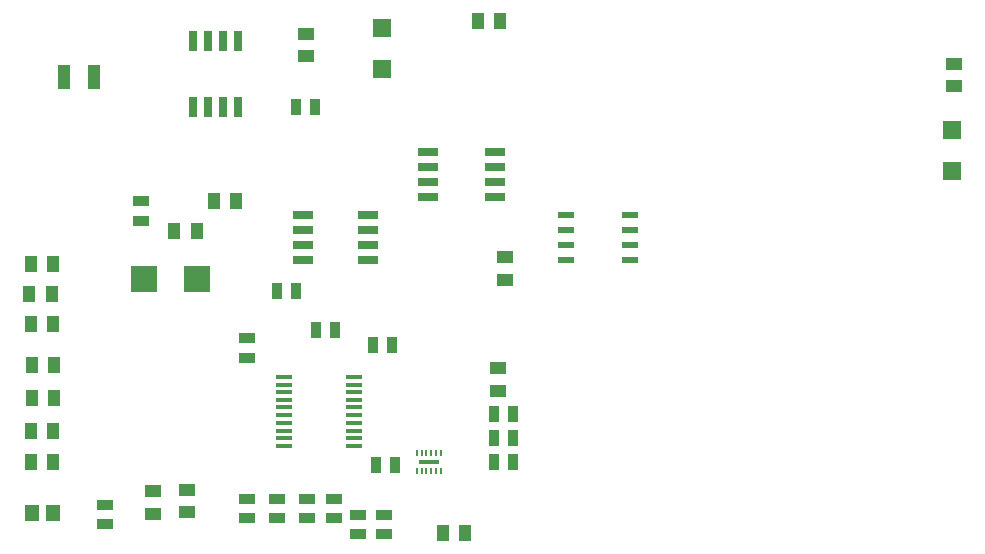
<source format=gtp>
%FSTAX23Y23*%
%MOIN*%
%SFA1B1*%

%IPPOS*%
%ADD18R,0.068900X0.031500*%
%ADD19R,0.055120X0.013780*%
%ADD20R,0.007870X0.023620*%
%ADD21R,0.070870X0.015750*%
%ADD22R,0.036000X0.057000*%
%ADD23R,0.040000X0.055000*%
%ADD24R,0.055000X0.040000*%
%ADD25R,0.059060X0.059060*%
%ADD26R,0.057000X0.036000*%
%ADD27R,0.043310X0.078740*%
%ADD28R,0.068900X0.025590*%
%ADD29R,0.025590X0.068900*%
%ADD30R,0.090550X0.090550*%
%ADD31R,0.047240X0.055120*%
%ADD32R,0.057090X0.023620*%
%LNpowerboard-1*%
%LPD*%
G54D18*
X02598Y0391D03*
Y0396D03*
Y0401D03*
Y0406D03*
X02381Y0391D03*
Y0396D03*
Y0401D03*
Y0406D03*
G54D19*
X02551Y03289D03*
Y03314D03*
Y0334D03*
Y03365D03*
Y03391D03*
Y03417D03*
Y03442D03*
Y03468D03*
Y03493D03*
Y03519D03*
X02318Y03289D03*
Y03314D03*
Y0334D03*
Y03365D03*
Y03391D03*
Y03417D03*
Y03442D03*
Y03468D03*
Y03493D03*
Y03519D03*
G54D20*
X02824Y03205D03*
X0284D03*
X02808D03*
X02792D03*
X02777D03*
X02761D03*
Y03264D03*
X02777D03*
X02792D03*
X02808D03*
X0284D03*
X02824D03*
G54D21*
X028Y03234D03*
G54D22*
X03082Y03395D03*
X03018D03*
X03082Y03315D03*
X03018D03*
X03082Y03235D03*
X03018D03*
X02687Y03225D03*
X02623D03*
X02423Y03675D03*
X02487D03*
X02357Y03805D03*
X02293D03*
X02358Y04419D03*
X02422D03*
X02613Y03625D03*
X02677D03*
G54D23*
X03037Y04705D03*
X02963D03*
X02848Y03D03*
X02922D03*
X01547Y03235D03*
X01473D03*
X01547Y0334D03*
X01473D03*
X01552Y0345D03*
X01478D03*
X01551Y0356D03*
X01477D03*
X01547Y03695D03*
X01473D03*
X01543Y03795D03*
X01469D03*
X02083Y04105D03*
X02157D03*
X01952Y04005D03*
X02026D03*
X01473Y03895D03*
X01547D03*
G54D24*
X0455Y04488D03*
Y04562D03*
X0188Y03137D03*
Y03063D03*
X0239Y04588D03*
Y04662D03*
X03055Y03843D03*
Y03917D03*
X0303Y03473D03*
Y03547D03*
X01995Y03142D03*
Y03068D03*
G54D25*
X04545Y04206D03*
Y04343D03*
X02645Y04683D03*
Y04546D03*
G54D26*
X0265Y0306D03*
Y02996D03*
X02565Y0306D03*
Y02996D03*
X02485Y03112D03*
Y03048D03*
X02395Y03112D03*
Y03048D03*
X02295Y03112D03*
Y03048D03*
X02195Y03112D03*
Y03048D03*
X0184Y0404D03*
Y04104D03*
X0172Y03028D03*
Y03092D03*
X02195Y03647D03*
Y03583D03*
G54D27*
X01685Y0452D03*
X01585D03*
G54D28*
X02799Y0427D03*
Y0422D03*
Y0417D03*
Y0412D03*
X0302Y0427D03*
Y0422D03*
Y0417D03*
Y0412D03*
G54D29*
X02015Y04419D03*
X02065D03*
X02115D03*
X02165D03*
X02015Y0464D03*
X02065D03*
X02115D03*
X02165D03*
G54D30*
X02028Y03845D03*
X01851D03*
G54D31*
X01478Y03065D03*
X01549D03*
G54D32*
X03472Y0391D03*
Y0396D03*
Y0401D03*
Y0406D03*
X03257Y0391D03*
Y0396D03*
Y0401D03*
Y0406D03*
M02*
</source>
